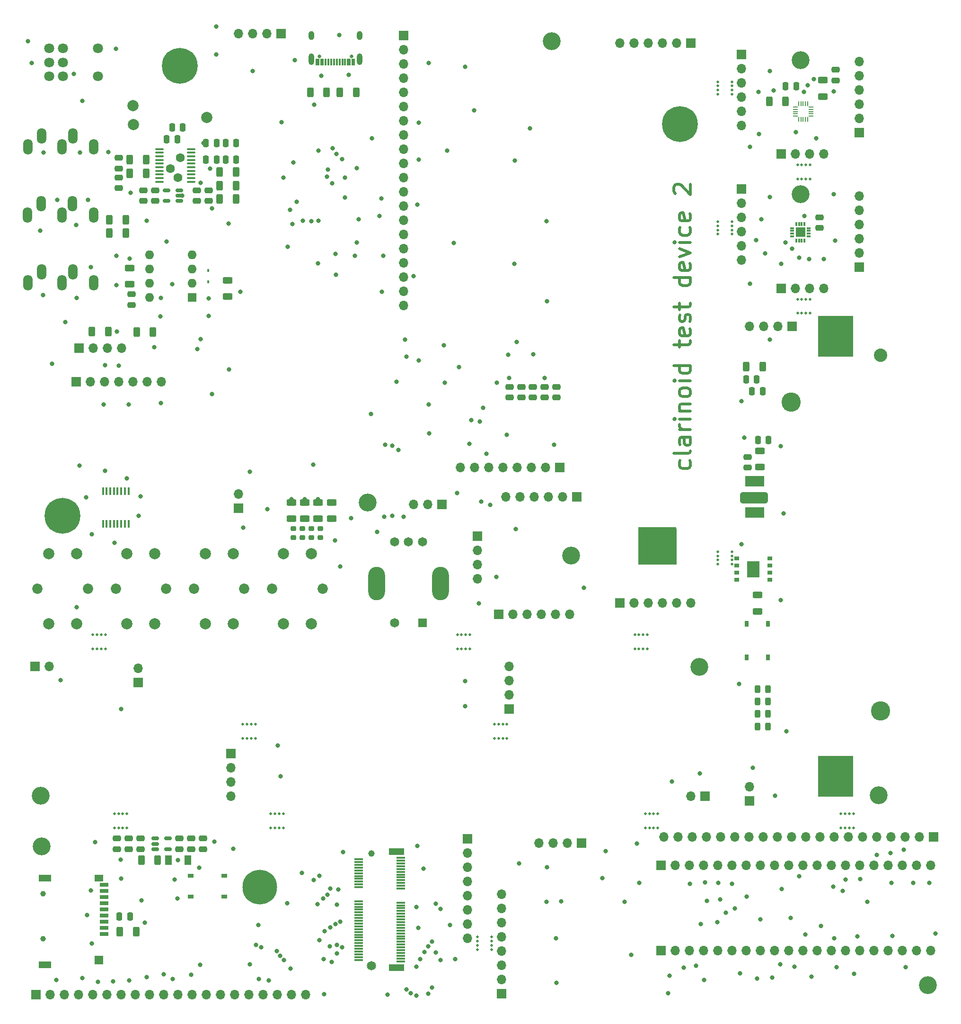
<source format=gbr>
%TF.GenerationSoftware,KiCad,Pcbnew,(6.0.5)*%
%TF.CreationDate,2022-08-12T21:43:39+02:00*%
%TF.ProjectId,clarinoid-devboard,636c6172-696e-46f6-9964-2d646576626f,rev?*%
%TF.SameCoordinates,Original*%
%TF.FileFunction,Soldermask,Top*%
%TF.FilePolarity,Negative*%
%FSLAX46Y46*%
G04 Gerber Fmt 4.6, Leading zero omitted, Abs format (unit mm)*
G04 Created by KiCad (PCBNEW (6.0.5)) date 2022-08-12 21:43:39*
%MOMM*%
%LPD*%
G01*
G04 APERTURE LIST*
G04 Aperture macros list*
%AMRoundRect*
0 Rectangle with rounded corners*
0 $1 Rounding radius*
0 $2 $3 $4 $5 $6 $7 $8 $9 X,Y pos of 4 corners*
0 Add a 4 corners polygon primitive as box body*
4,1,4,$2,$3,$4,$5,$6,$7,$8,$9,$2,$3,0*
0 Add four circle primitives for the rounded corners*
1,1,$1+$1,$2,$3*
1,1,$1+$1,$4,$5*
1,1,$1+$1,$6,$7*
1,1,$1+$1,$8,$9*
0 Add four rect primitives between the rounded corners*
20,1,$1+$1,$2,$3,$4,$5,0*
20,1,$1+$1,$4,$5,$6,$7,0*
20,1,$1+$1,$6,$7,$8,$9,0*
20,1,$1+$1,$8,$9,$2,$3,0*%
%AMFreePoly0*
4,1,14,0.354215,0.088284,0.450784,-0.008285,0.462500,-0.036569,0.462500,-0.060000,0.450784,-0.088284,0.422500,-0.100000,-0.422500,-0.100000,-0.450784,-0.088284,-0.462500,-0.060000,-0.462500,0.060000,-0.450784,0.088284,-0.422500,0.100000,0.325931,0.100000,0.354215,0.088284,0.354215,0.088284,$1*%
%AMFreePoly1*
4,1,14,0.450784,0.088284,0.462500,0.060000,0.462500,0.036569,0.450784,0.008285,0.354215,-0.088284,0.325931,-0.100000,-0.422500,-0.100000,-0.450784,-0.088284,-0.462500,-0.060000,-0.462500,0.060000,-0.450784,0.088284,-0.422500,0.100000,0.422500,0.100000,0.450784,0.088284,0.450784,0.088284,$1*%
%AMFreePoly2*
4,1,14,0.088284,0.450784,0.100000,0.422500,0.100000,-0.422500,0.088284,-0.450784,0.060000,-0.462500,-0.060000,-0.462500,-0.088284,-0.450784,-0.100000,-0.422500,-0.100000,0.325931,-0.088284,0.354215,0.008285,0.450784,0.036569,0.462500,0.060000,0.462500,0.088284,0.450784,0.088284,0.450784,$1*%
%AMFreePoly3*
4,1,14,-0.008285,0.450784,0.088284,0.354215,0.100000,0.325931,0.100000,-0.422500,0.088284,-0.450784,0.060000,-0.462500,-0.060000,-0.462500,-0.088284,-0.450784,-0.100000,-0.422500,-0.100000,0.422500,-0.088284,0.450784,-0.060000,0.462500,-0.036569,0.462500,-0.008285,0.450784,-0.008285,0.450784,$1*%
%AMFreePoly4*
4,1,14,0.450784,0.088284,0.462500,0.060000,0.462500,-0.060000,0.450784,-0.088284,0.422500,-0.100000,-0.325931,-0.100000,-0.354215,-0.088284,-0.450784,0.008285,-0.462500,0.036569,-0.462500,0.060000,-0.450784,0.088284,-0.422500,0.100000,0.422500,0.100000,0.450784,0.088284,0.450784,0.088284,$1*%
%AMFreePoly5*
4,1,14,0.450784,0.088284,0.462500,0.060000,0.462500,-0.060000,0.450784,-0.088284,0.422500,-0.100000,-0.422500,-0.100000,-0.450784,-0.088284,-0.462500,-0.060000,-0.462500,-0.036569,-0.450784,-0.008285,-0.354215,0.088284,-0.325931,0.100000,0.422500,0.100000,0.450784,0.088284,0.450784,0.088284,$1*%
%AMFreePoly6*
4,1,14,0.088284,0.450784,0.100000,0.422500,0.100000,-0.325931,0.088284,-0.354215,-0.008285,-0.450784,-0.036569,-0.462500,-0.060000,-0.462500,-0.088284,-0.450784,-0.100000,-0.422500,-0.100000,0.422500,-0.088284,0.450784,-0.060000,0.462500,0.060000,0.462500,0.088284,0.450784,0.088284,0.450784,$1*%
%AMFreePoly7*
4,1,14,0.088284,0.450784,0.100000,0.422500,0.100000,-0.422500,0.088284,-0.450784,0.060000,-0.462500,0.036569,-0.462500,0.008285,-0.450784,-0.088284,-0.354215,-0.100000,-0.325931,-0.100000,0.422500,-0.088284,0.450784,-0.060000,0.462500,0.060000,0.462500,0.088284,0.450784,0.088284,0.450784,$1*%
G04 Aperture macros list end*
%ADD10C,0.775000*%
%ADD11C,1.000000*%
%ADD12C,0.500000*%
%ADD13C,0.500000*%
%ADD14R,1.300000X1.700000*%
%ADD15RoundRect,0.218750X-0.256250X0.218750X-0.256250X-0.218750X0.256250X-0.218750X0.256250X0.218750X0*%
%ADD16RoundRect,0.250000X-0.475000X0.250000X-0.475000X-0.250000X0.475000X-0.250000X0.475000X0.250000X0*%
%ADD17R,1.700000X1.700000*%
%ADD18O,1.700000X1.700000*%
%ADD19RoundRect,0.250000X0.475000X-0.250000X0.475000X0.250000X-0.475000X0.250000X-0.475000X-0.250000X0*%
%ADD20RoundRect,0.250000X0.625000X-0.312500X0.625000X0.312500X-0.625000X0.312500X-0.625000X-0.312500X0*%
%ADD21RoundRect,0.250000X-0.312500X-0.625000X0.312500X-0.625000X0.312500X0.625000X-0.312500X0.625000X0*%
%ADD22C,3.200000*%
%ADD23RoundRect,0.250000X-0.625000X0.312500X-0.625000X-0.312500X0.625000X-0.312500X0.625000X0.312500X0*%
%ADD24RoundRect,0.250000X0.250000X0.475000X-0.250000X0.475000X-0.250000X-0.475000X0.250000X-0.475000X0*%
%ADD25R,0.450000X1.475000*%
%ADD26R,0.950000X0.700000*%
%ADD27R,2.250000X2.850000*%
%ADD28C,1.850000*%
%ADD29C,2.000000*%
%ADD30C,3.450000*%
%ADD31C,2.390000*%
%ADD32R,6.350000X7.340000*%
%ADD33R,3.500000X1.850000*%
%ADD34R,1.000000X0.750000*%
%ADD35RoundRect,0.243750X0.243750X0.456250X-0.243750X0.456250X-0.243750X-0.456250X0.243750X-0.456250X0*%
%ADD36O,1.700000X2.800000*%
%ADD37C,6.200000*%
%ADD38C,0.800000*%
%ADD39C,6.400000*%
%ADD40R,6.400000X6.400000*%
%ADD41R,0.800000X0.300000*%
%ADD42R,0.300000X0.800000*%
%ADD43R,1.800000X1.800000*%
%ADD44FreePoly0,270.000000*%
%ADD45RoundRect,0.050000X-0.050000X0.412500X-0.050000X-0.412500X0.050000X-0.412500X0.050000X0.412500X0*%
%ADD46FreePoly1,270.000000*%
%ADD47FreePoly2,270.000000*%
%ADD48RoundRect,0.050000X-0.412500X0.050000X-0.412500X-0.050000X0.412500X-0.050000X0.412500X0.050000X0*%
%ADD49FreePoly3,270.000000*%
%ADD50FreePoly4,270.000000*%
%ADD51FreePoly5,270.000000*%
%ADD52FreePoly6,270.000000*%
%ADD53FreePoly7,270.000000*%
%ADD54C,0.650000*%
%ADD55R,0.300000X1.150000*%
%ADD56O,1.000000X1.600000*%
%ADD57O,1.000000X2.100000*%
%ADD58RoundRect,0.243750X-0.243750X-0.456250X0.243750X-0.456250X0.243750X0.456250X-0.243750X0.456250X0*%
%ADD59RoundRect,0.250000X0.312500X0.625000X-0.312500X0.625000X-0.312500X-0.625000X0.312500X-0.625000X0*%
%ADD60RoundRect,0.250000X-0.250000X-0.475000X0.250000X-0.475000X0.250000X0.475000X-0.250000X0.475000X0*%
%ADD61R,1.600000X1.600000*%
%ADD62O,1.600000X1.600000*%
%ADD63C,1.800000*%
%ADD64C,1.000000*%
%ADD65R,1.600000X0.700000*%
%ADD66R,1.500000X1.200000*%
%ADD67R,2.200000X1.200000*%
%ADD68R,1.500000X1.600000*%
%ADD69RoundRect,0.100000X-0.637500X-0.100000X0.637500X-0.100000X0.637500X0.100000X-0.637500X0.100000X0*%
%ADD70C,1.650000*%
%ADD71C,1.150000*%
%ADD72R,1.550000X0.300000*%
%ADD73R,2.750000X1.200000*%
%ADD74R,0.450000X0.600000*%
%ADD75R,0.750000X1.000000*%
%ADD76RoundRect,0.150000X-0.512500X-0.150000X0.512500X-0.150000X0.512500X0.150000X-0.512500X0.150000X0*%
%ADD77R,1.650000X1.650000*%
%ADD78O,3.000000X6.000000*%
%ADD79RoundRect,0.150000X0.512500X0.150000X-0.512500X0.150000X-0.512500X-0.150000X0.512500X-0.150000X0*%
%ADD80C,1.600000*%
G04 APERTURE END LIST*
D10*
X359672056Y-32875729D02*
G75*
G03*
X359672056Y-32875729I-387500J0D01*
G01*
D11*
X460339304Y-89570034D02*
X464339304Y-89570034D01*
X464339304Y-89570034D02*
X464339304Y-90570034D01*
X464339304Y-90570034D02*
X460339304Y-90570034D01*
X460339304Y-90570034D02*
X460339304Y-89570034D01*
G36*
X460339304Y-89570034D02*
G01*
X464339304Y-89570034D01*
X464339304Y-90570034D01*
X460339304Y-90570034D01*
X460339304Y-89570034D01*
G37*
D10*
X360072056Y-29275729D02*
G75*
G03*
X360072056Y-29275729I-387500J0D01*
G01*
X358272056Y-31275729D02*
G75*
G03*
X358272056Y-31275729I-387500J0D01*
G01*
D12*
X450843589Y-83440034D02*
X450986446Y-83725748D01*
X450986446Y-84297176D01*
X450843589Y-84582891D01*
X450700732Y-84725748D01*
X450415018Y-84868605D01*
X449557875Y-84868605D01*
X449272161Y-84725748D01*
X449129304Y-84582891D01*
X448986446Y-84297176D01*
X448986446Y-83725748D01*
X449129304Y-83440034D01*
X450986446Y-81725748D02*
X450843589Y-82011462D01*
X450557875Y-82154319D01*
X447986446Y-82154319D01*
X450986446Y-79297176D02*
X449415018Y-79297176D01*
X449129304Y-79440034D01*
X448986446Y-79725748D01*
X448986446Y-80297176D01*
X449129304Y-80582891D01*
X450843589Y-79297176D02*
X450986446Y-79582891D01*
X450986446Y-80297176D01*
X450843589Y-80582891D01*
X450557875Y-80725748D01*
X450272161Y-80725748D01*
X449986446Y-80582891D01*
X449843589Y-80297176D01*
X449843589Y-79582891D01*
X449700732Y-79297176D01*
X450986446Y-77868605D02*
X448986446Y-77868605D01*
X449557875Y-77868605D02*
X449272161Y-77725748D01*
X449129304Y-77582891D01*
X448986446Y-77297176D01*
X448986446Y-77011462D01*
X450986446Y-76011462D02*
X448986446Y-76011462D01*
X447986446Y-76011462D02*
X448129304Y-76154319D01*
X448272161Y-76011462D01*
X448129304Y-75868605D01*
X447986446Y-76011462D01*
X448272161Y-76011462D01*
X448986446Y-74582891D02*
X450986446Y-74582891D01*
X449272161Y-74582891D02*
X449129304Y-74440034D01*
X448986446Y-74154319D01*
X448986446Y-73725748D01*
X449129304Y-73440034D01*
X449415018Y-73297176D01*
X450986446Y-73297176D01*
X450986446Y-71440034D02*
X450843589Y-71725748D01*
X450700732Y-71868605D01*
X450415018Y-72011462D01*
X449557875Y-72011462D01*
X449272161Y-71868605D01*
X449129304Y-71725748D01*
X448986446Y-71440034D01*
X448986446Y-71011462D01*
X449129304Y-70725748D01*
X449272161Y-70582891D01*
X449557875Y-70440034D01*
X450415018Y-70440034D01*
X450700732Y-70582891D01*
X450843589Y-70725748D01*
X450986446Y-71011462D01*
X450986446Y-71440034D01*
X450986446Y-69154319D02*
X448986446Y-69154319D01*
X447986446Y-69154319D02*
X448129304Y-69297176D01*
X448272161Y-69154319D01*
X448129304Y-69011462D01*
X447986446Y-69154319D01*
X448272161Y-69154319D01*
X450986446Y-66440034D02*
X447986446Y-66440034D01*
X450843589Y-66440034D02*
X450986446Y-66725748D01*
X450986446Y-67297176D01*
X450843589Y-67582891D01*
X450700732Y-67725748D01*
X450415018Y-67868605D01*
X449557875Y-67868605D01*
X449272161Y-67725748D01*
X449129304Y-67582891D01*
X448986446Y-67297176D01*
X448986446Y-66725748D01*
X449129304Y-66440034D01*
X448986446Y-63154319D02*
X448986446Y-62011462D01*
X447986446Y-62725748D02*
X450557875Y-62725748D01*
X450843589Y-62582891D01*
X450986446Y-62297176D01*
X450986446Y-62011462D01*
X450843589Y-59868605D02*
X450986446Y-60154319D01*
X450986446Y-60725748D01*
X450843589Y-61011462D01*
X450557875Y-61154319D01*
X449415018Y-61154319D01*
X449129304Y-61011462D01*
X448986446Y-60725748D01*
X448986446Y-60154319D01*
X449129304Y-59868605D01*
X449415018Y-59725748D01*
X449700732Y-59725748D01*
X449986446Y-61154319D01*
X450843589Y-58582891D02*
X450986446Y-58297176D01*
X450986446Y-57725748D01*
X450843589Y-57440034D01*
X450557875Y-57297176D01*
X450415018Y-57297176D01*
X450129304Y-57440034D01*
X449986446Y-57725748D01*
X449986446Y-58154319D01*
X449843589Y-58440034D01*
X449557875Y-58582891D01*
X449415018Y-58582891D01*
X449129304Y-58440034D01*
X448986446Y-58154319D01*
X448986446Y-57725748D01*
X449129304Y-57440034D01*
X448986446Y-56440034D02*
X448986446Y-55297176D01*
X447986446Y-56011462D02*
X450557875Y-56011462D01*
X450843589Y-55868605D01*
X450986446Y-55582891D01*
X450986446Y-55297176D01*
X450986446Y-50725748D02*
X447986446Y-50725748D01*
X450843589Y-50725748D02*
X450986446Y-51011462D01*
X450986446Y-51582891D01*
X450843589Y-51868605D01*
X450700732Y-52011462D01*
X450415018Y-52154319D01*
X449557875Y-52154319D01*
X449272161Y-52011462D01*
X449129304Y-51868605D01*
X448986446Y-51582891D01*
X448986446Y-51011462D01*
X449129304Y-50725748D01*
X450843589Y-48154319D02*
X450986446Y-48440034D01*
X450986446Y-49011462D01*
X450843589Y-49297176D01*
X450557875Y-49440034D01*
X449415018Y-49440034D01*
X449129304Y-49297176D01*
X448986446Y-49011462D01*
X448986446Y-48440034D01*
X449129304Y-48154319D01*
X449415018Y-48011462D01*
X449700732Y-48011462D01*
X449986446Y-49440034D01*
X448986446Y-47011462D02*
X450986446Y-46297176D01*
X448986446Y-45582891D01*
X450986446Y-44440034D02*
X448986446Y-44440034D01*
X447986446Y-44440034D02*
X448129304Y-44582891D01*
X448272161Y-44440034D01*
X448129304Y-44297176D01*
X447986446Y-44440034D01*
X448272161Y-44440034D01*
X450843589Y-41725748D02*
X450986446Y-42011462D01*
X450986446Y-42582891D01*
X450843589Y-42868605D01*
X450700732Y-43011462D01*
X450415018Y-43154319D01*
X449557875Y-43154319D01*
X449272161Y-43011462D01*
X449129304Y-42868605D01*
X448986446Y-42582891D01*
X448986446Y-42011462D01*
X449129304Y-41725748D01*
X450843589Y-39297176D02*
X450986446Y-39582891D01*
X450986446Y-40154319D01*
X450843589Y-40440034D01*
X450557875Y-40582891D01*
X449415018Y-40582891D01*
X449129304Y-40440034D01*
X448986446Y-40154319D01*
X448986446Y-39582891D01*
X449129304Y-39297176D01*
X449415018Y-39154319D01*
X449700732Y-39154319D01*
X449986446Y-40582891D01*
X448272161Y-35725748D02*
X448129304Y-35582891D01*
X447986446Y-35297176D01*
X447986446Y-34582891D01*
X448129304Y-34297176D01*
X448272161Y-34154319D01*
X448557875Y-34011462D01*
X448843589Y-34011462D01*
X449272161Y-34154319D01*
X450986446Y-35868605D01*
X450986446Y-34011462D01*
%TO.C,H1*%
G36*
X441639304Y-95350034D02*
G01*
X448439304Y-95350034D01*
X448439304Y-102050034D01*
X441639304Y-102050034D01*
X441639304Y-95350034D01*
G37*
%TD*%
D13*
%TO.C,U15*%
X410764304Y-117100034D03*
X409264304Y-114600034D03*
X411514304Y-117100034D03*
X409264304Y-117100034D03*
X411514304Y-114600034D03*
X410764304Y-114600034D03*
X410014304Y-117100034D03*
X410014304Y-114600034D03*
%TD*%
%TO.C,U14*%
X458389334Y-41475034D03*
X455889334Y-42975034D03*
X458389334Y-40725034D03*
X458389334Y-42975034D03*
X455889334Y-40725034D03*
X455889334Y-41475034D03*
X458389334Y-42225034D03*
X455889334Y-42225034D03*
%TD*%
%TO.C,U13*%
X458389304Y-16475034D03*
X455889304Y-17975034D03*
X458389304Y-15725034D03*
X458389304Y-17975034D03*
X455889304Y-15725034D03*
X455889304Y-16475034D03*
X458389304Y-17225034D03*
X455889304Y-17225034D03*
%TD*%
%TO.C,U11*%
X458389304Y-100475034D03*
X455889304Y-101975034D03*
X458389304Y-99725034D03*
X458389304Y-101975034D03*
X455889304Y-99725034D03*
X455889304Y-100475034D03*
X458389304Y-101225034D03*
X455889304Y-101225034D03*
%TD*%
%TO.C,U10*%
X345514304Y-117100034D03*
X344014304Y-114600034D03*
X346264304Y-117100034D03*
X344014304Y-117100034D03*
X346264304Y-114600034D03*
X345514304Y-114600034D03*
X344764304Y-117100034D03*
X344764304Y-114600034D03*
%TD*%
%TO.C,U9*%
X442514304Y-117100034D03*
X441014304Y-114600034D03*
X443264304Y-117100034D03*
X441014304Y-117100034D03*
X443264304Y-114600034D03*
X442514304Y-114600034D03*
X441764304Y-117100034D03*
X441764304Y-114600034D03*
%TD*%
D14*
%TO.C,D12*%
X357526804Y-154850000D03*
X361026804Y-154850000D03*
%TD*%
D15*
%TO.C,D5*%
X384739304Y-95600034D03*
X384739304Y-97175034D03*
%TD*%
D16*
%TO.C,C4*%
X353084556Y-35125729D03*
X353084556Y-37025729D03*
%TD*%
D17*
%TO.C,U38*%
X406539304Y-91250034D03*
D18*
X403999304Y-91250034D03*
X401459304Y-91250034D03*
%TD*%
D19*
%TO.C,C21*%
X422789304Y-72150034D03*
X422789304Y-70250034D03*
%TD*%
D15*
%TO.C,D7*%
X383139304Y-95600034D03*
X383139304Y-97175034D03*
%TD*%
D20*
%TO.C,R35*%
X384339304Y-93850034D03*
X384339304Y-90925034D03*
%TD*%
D21*
%TO.C,R40*%
X343876804Y-60350034D03*
X346801804Y-60350034D03*
%TD*%
D22*
%TO.C,H15*%
X426129304Y-8440034D03*
%TD*%
%TO.C,H10*%
X493439304Y-177250034D03*
%TD*%
D17*
%TO.C,J7*%
X461519304Y-144260034D03*
D18*
X461519304Y-141720034D03*
%TD*%
D16*
%TO.C,C1*%
X348339304Y-151000000D03*
X348339304Y-152900000D03*
%TD*%
D19*
%TO.C,C23*%
X426989304Y-72150034D03*
X426989304Y-70250034D03*
%TD*%
D23*
%TO.C,R10*%
X462939304Y-107457534D03*
X462939304Y-110382534D03*
%TD*%
D24*
%TO.C,C14*%
X369684556Y-29675729D03*
X367784556Y-29675729D03*
%TD*%
D19*
%TO.C,C29*%
X359539304Y-152900000D03*
X359539304Y-151000000D03*
%TD*%
%TO.C,C25*%
X476938304Y-15472534D03*
X476938304Y-13572534D03*
%TD*%
D15*
%TO.C,D9*%
X379939304Y-95600034D03*
X379939304Y-97175034D03*
%TD*%
D19*
%TO.C,C18*%
X461179304Y-84691034D03*
X461179304Y-82791034D03*
%TD*%
%TO.C,C20*%
X420689304Y-72150034D03*
X420689304Y-70250034D03*
%TD*%
D17*
%TO.C,J33*%
X352139304Y-123120034D03*
D18*
X352139304Y-120580034D03*
%TD*%
D25*
%TO.C,IC1*%
X345864304Y-94788034D03*
X346514304Y-94788034D03*
X347164304Y-94788034D03*
X347814304Y-94788034D03*
X348464304Y-94788034D03*
X349114304Y-94788034D03*
X349764304Y-94788034D03*
X350414304Y-94788034D03*
X350414304Y-88912034D03*
X349764304Y-88912034D03*
X349114304Y-88912034D03*
X348464304Y-88912034D03*
X347814304Y-88912034D03*
X347164304Y-88912034D03*
X346514304Y-88912034D03*
X345864304Y-88912034D03*
%TD*%
D20*
%TO.C,R19*%
X368184556Y-54138229D03*
X368184556Y-51213229D03*
%TD*%
D22*
%TO.C,H7*%
X334729304Y-143360034D03*
%TD*%
%TO.C,H14*%
X429629304Y-100440034D03*
%TD*%
D13*
%TO.C,U53*%
X375889304Y-149100034D03*
X376639304Y-146600034D03*
X377389304Y-149100034D03*
X378139304Y-146600034D03*
X375889304Y-146600034D03*
X376639304Y-149100034D03*
X377389304Y-146600034D03*
X378139304Y-149100034D03*
%TD*%
D17*
%TO.C,U2*%
X445709304Y-155784034D03*
D18*
X448249304Y-155784034D03*
X450789304Y-155784034D03*
X453329304Y-155784034D03*
X455869304Y-155784034D03*
X458409304Y-155784034D03*
X460949304Y-155784034D03*
X463489304Y-155784034D03*
X466029304Y-155784034D03*
X468569304Y-155784034D03*
X471109304Y-155784034D03*
X473649304Y-155784034D03*
X476189304Y-155784034D03*
X478729304Y-155784034D03*
X481269304Y-155784034D03*
X483809304Y-155784034D03*
X486349304Y-155784034D03*
X488889304Y-155784034D03*
X491429304Y-155784034D03*
X493969304Y-155784034D03*
%TD*%
D17*
%TO.C,J45*%
X438311804Y-108851034D03*
D18*
X440851804Y-108851034D03*
X443391804Y-108851034D03*
X445931804Y-108851034D03*
X448471804Y-108851034D03*
X451011804Y-108851034D03*
%TD*%
D26*
%TO.C,IC2*%
X459239304Y-100945034D03*
X459239304Y-102215034D03*
X459239304Y-103485034D03*
X459239304Y-104755034D03*
X465189304Y-104755034D03*
X465189304Y-103485034D03*
X465189304Y-102215034D03*
X465189304Y-100945034D03*
D27*
X462214304Y-102850034D03*
%TD*%
D16*
%TO.C,C12*%
X348684556Y-32825729D03*
X348684556Y-34725729D03*
%TD*%
D28*
%TO.C,SW4*%
X362139304Y-106350034D03*
X371139304Y-106350034D03*
D29*
X369139304Y-100100034D03*
X369139304Y-112600034D03*
X364139304Y-100100034D03*
X364139304Y-112600034D03*
%TD*%
D16*
%TO.C,C26*%
X352539304Y-151000000D03*
X352539304Y-152900000D03*
%TD*%
D30*
%TO.C,BT1*%
X484973602Y-128175179D03*
X468973602Y-72975179D03*
D31*
X484973602Y-64645179D03*
D32*
X476973602Y-61245179D03*
X476973602Y-139905179D03*
%TD*%
D17*
%TO.C,J48*%
X467169304Y-28630034D03*
D18*
X469709304Y-28630034D03*
X472249304Y-28630034D03*
X474789304Y-28630034D03*
%TD*%
D17*
%TO.C,J3*%
X431509304Y-151810034D03*
D18*
X428969304Y-151810034D03*
X426429304Y-151810034D03*
X423889304Y-151810034D03*
%TD*%
D33*
%TO.C,L1*%
X462454304Y-92756034D03*
X462454304Y-87156034D03*
%TD*%
D19*
%TO.C,C27*%
X350984556Y-55625729D03*
X350984556Y-53725729D03*
%TD*%
D23*
%TO.C,R4*%
X474638304Y-15460034D03*
X474638304Y-18385034D03*
%TD*%
D17*
%TO.C,J30*%
X418549304Y-127850034D03*
D18*
X418549304Y-125310034D03*
X418549304Y-122770034D03*
X418549304Y-120230034D03*
%TD*%
D34*
%TO.C,SW6*%
X361539304Y-157675000D03*
X361539304Y-161425000D03*
X367539304Y-157675000D03*
X367539304Y-161425000D03*
%TD*%
D28*
%TO.C,SW3*%
X357139304Y-106350034D03*
X348139304Y-106350034D03*
D29*
X355139304Y-100100034D03*
X355139304Y-112600034D03*
X350139304Y-100100034D03*
X350139304Y-112600034D03*
%TD*%
D21*
%TO.C,R41*%
X351876804Y-60450034D03*
X354801804Y-60450034D03*
%TD*%
D35*
%TO.C,D1*%
X464854304Y-130956867D03*
X462979304Y-130956867D03*
%TD*%
D13*
%TO.C,U50*%
X418139342Y-133100068D03*
X417389342Y-133100068D03*
X416639342Y-130600068D03*
X416639342Y-133100068D03*
X415889342Y-133100068D03*
X418139342Y-130600068D03*
X417389342Y-130600068D03*
X415889342Y-130600068D03*
%TD*%
D24*
%TO.C,C15*%
X463889304Y-71020034D03*
X461989304Y-71020034D03*
%TD*%
D36*
%TO.C,J10*%
X332384556Y-51675729D03*
X334834556Y-49675729D03*
X338534556Y-51675729D03*
X340434556Y-49675729D03*
X344184556Y-51675729D03*
%TD*%
D17*
%TO.C,J43*%
X399629304Y-7440034D03*
D18*
X399629304Y-9980034D03*
X399629304Y-12520034D03*
X399629304Y-15060034D03*
X399629304Y-17600034D03*
X399629304Y-20140034D03*
X399629304Y-22680034D03*
X399629304Y-25220034D03*
X399629304Y-27760034D03*
X399629304Y-30300034D03*
X399629304Y-32840034D03*
X399629304Y-35380034D03*
X399629304Y-37920034D03*
X399629304Y-40460034D03*
X399629304Y-43000034D03*
X399629304Y-45540034D03*
X399629304Y-48080034D03*
X399629304Y-50620034D03*
X399629304Y-53160034D03*
X399629304Y-55700034D03*
%TD*%
D37*
%TO.C,H4*%
X373886659Y-159705000D03*
%TD*%
D38*
%TO.C,H2*%
X340336360Y-91652978D03*
X336942248Y-91652978D03*
X338639304Y-95750034D03*
X336239304Y-93350034D03*
X336942248Y-95047090D03*
X341039304Y-93350034D03*
X338639304Y-90950034D03*
X340336360Y-95047090D03*
D39*
X338639304Y-93350034D03*
%TD*%
D21*
%TO.C,R7*%
X382939304Y-17635034D03*
X385864304Y-17635034D03*
%TD*%
D13*
%TO.C,U56*%
X472389304Y-33100034D03*
X470139304Y-30600034D03*
X470889304Y-33100034D03*
X471639304Y-33100034D03*
X470889304Y-30600034D03*
X472389304Y-30600034D03*
X471639304Y-30600034D03*
X470139304Y-33100034D03*
%TD*%
%TO.C,U65*%
X412889304Y-169350034D03*
X415389304Y-169350034D03*
X412889304Y-170850034D03*
X412889304Y-170100034D03*
X415389304Y-170850034D03*
X415389304Y-170100034D03*
X412889304Y-168600034D03*
X415389304Y-168600034D03*
%TD*%
%TO.C,U49*%
X443639304Y-146600034D03*
X445139304Y-146600034D03*
X444389304Y-149100034D03*
X442889304Y-149100034D03*
X444389304Y-146600034D03*
X442889304Y-146600034D03*
X445139304Y-149100034D03*
X443639304Y-149100034D03*
%TD*%
D40*
%TO.C,H1*%
X445239304Y-98850034D03*
%TD*%
D17*
%TO.C,J46*%
X460139304Y-10850034D03*
D18*
X460139304Y-13390034D03*
X460139304Y-15930034D03*
X460139304Y-18470034D03*
X460139304Y-21010034D03*
X460139304Y-23550034D03*
%TD*%
D17*
%TO.C,J47*%
X481139304Y-24820034D03*
D18*
X481139304Y-22280034D03*
X481139304Y-19740034D03*
X481139304Y-17200034D03*
X481139304Y-14660034D03*
X481139304Y-12120034D03*
%TD*%
D24*
%TO.C,C8*%
X360134556Y-23875729D03*
X358234556Y-23875729D03*
%TD*%
D19*
%TO.C,C5*%
X364784556Y-37025729D03*
X364784556Y-35125729D03*
%TD*%
%TO.C,C9*%
X348684556Y-31225729D03*
X348684556Y-29325729D03*
%TD*%
D17*
%TO.C,J42*%
X417179304Y-178725034D03*
D18*
X417179304Y-176185034D03*
X417179304Y-173645034D03*
X417179304Y-171105034D03*
X417179304Y-168565034D03*
X417179304Y-166025034D03*
X417179304Y-163485034D03*
X417179304Y-160945034D03*
%TD*%
D17*
%TO.C,J44*%
X427569304Y-84700034D03*
D18*
X425029304Y-84700034D03*
X422489304Y-84700034D03*
X419949304Y-84700034D03*
X417409304Y-84700034D03*
X414869304Y-84700034D03*
X412329304Y-84700034D03*
X409789304Y-84700034D03*
%TD*%
D17*
%TO.C,J5*%
X341539304Y-63325034D03*
D18*
X344079304Y-63325034D03*
X346619304Y-63325034D03*
X349159304Y-63325034D03*
%TD*%
D41*
%TO.C,IC3*%
X472139304Y-43380034D03*
X472139304Y-42880034D03*
X472139304Y-42380034D03*
X472139304Y-41880034D03*
D42*
X471389304Y-41130034D03*
X470889304Y-41130034D03*
X470389304Y-41130034D03*
X469889304Y-41130034D03*
D41*
X469139304Y-41880034D03*
X469139304Y-42380034D03*
X469139304Y-42880034D03*
X469139304Y-43380034D03*
D42*
X469889304Y-44130034D03*
X470389304Y-44130034D03*
X470889304Y-44130034D03*
X471389304Y-44130034D03*
D43*
X470639304Y-42630034D03*
%TD*%
D44*
%TO.C,U45*%
X471929304Y-19672534D03*
D45*
X471529304Y-19672534D03*
X471129304Y-19672534D03*
X470729304Y-19672534D03*
D46*
X470329304Y-19672534D03*
D47*
X469741804Y-20260034D03*
D48*
X469741804Y-20660034D03*
X469741804Y-21060034D03*
X469741804Y-21460034D03*
D49*
X469741804Y-21860034D03*
D50*
X470329304Y-22447534D03*
D45*
X470729304Y-22447534D03*
X471129304Y-22447534D03*
X471529304Y-22447534D03*
D51*
X471929304Y-22447534D03*
D52*
X472516804Y-21860034D03*
D48*
X472516804Y-21460034D03*
X472516804Y-21060034D03*
X472516804Y-20660034D03*
D53*
X472516804Y-20260034D03*
%TD*%
D17*
%TO.C,J50*%
X460139304Y-34850034D03*
D18*
X460139304Y-37390034D03*
X460139304Y-39930034D03*
X460139304Y-42470034D03*
X460139304Y-45010034D03*
X460139304Y-47550034D03*
%TD*%
D54*
%TO.C,J2*%
X390329304Y-11155034D03*
X384549304Y-11155034D03*
D55*
X390789304Y-12220034D03*
X389989304Y-12220034D03*
X388689304Y-12220034D03*
X387689304Y-12220034D03*
X387189304Y-12220034D03*
X386189304Y-12220034D03*
X384889304Y-12220034D03*
X384089304Y-12220034D03*
X384389304Y-12220034D03*
X385189304Y-12220034D03*
X385689304Y-12220034D03*
X386689304Y-12220034D03*
X388189304Y-12220034D03*
X389189304Y-12220034D03*
X389689304Y-12220034D03*
X390489304Y-12220034D03*
D56*
X391759304Y-7475034D03*
X383119304Y-7475034D03*
D57*
X391759304Y-11655034D03*
X383119304Y-11655034D03*
%TD*%
D15*
%TO.C,D8*%
X381539304Y-95600034D03*
X381539304Y-97175034D03*
%TD*%
D58*
%TO.C,D2*%
X462979304Y-128741034D03*
X464854304Y-128741034D03*
%TD*%
D59*
%TO.C,R6*%
X353547056Y-32075729D03*
X350622056Y-32075729D03*
%TD*%
D28*
%TO.C,SW2*%
X334139304Y-106350034D03*
X343139304Y-106350034D03*
D29*
X341139304Y-100100034D03*
X341139304Y-112600034D03*
X336139304Y-100100034D03*
X336139304Y-112600034D03*
%TD*%
D19*
%TO.C,C30*%
X361639304Y-152900000D03*
X361639304Y-151000000D03*
%TD*%
D29*
%TO.C,TP3*%
X351193556Y-20015729D03*
%TD*%
D22*
%TO.C,H11*%
X470639304Y-11850034D03*
%TD*%
D17*
%TO.C,U3*%
X445709304Y-171024034D03*
D18*
X448249304Y-171024034D03*
X450789304Y-171024034D03*
X453329304Y-171024034D03*
X455869304Y-171024034D03*
X458409304Y-171024034D03*
X460949304Y-171024034D03*
X463489304Y-171024034D03*
X466029304Y-171024034D03*
X468569304Y-171024034D03*
X471109304Y-171024034D03*
X473649304Y-171024034D03*
X476189304Y-171024034D03*
X478729304Y-171024034D03*
X481269304Y-171024034D03*
X483809304Y-171024034D03*
X486349304Y-171024034D03*
X488889304Y-171024034D03*
X491429304Y-171024034D03*
X493969304Y-171024034D03*
%TD*%
D19*
%TO.C,C32*%
X474069304Y-41830034D03*
X474069304Y-39930034D03*
%TD*%
D24*
%TO.C,C24*%
X469889304Y-16550034D03*
X467989304Y-16550034D03*
%TD*%
D17*
%TO.C,J52*%
X430629304Y-89940034D03*
D18*
X428089304Y-89940034D03*
X425549304Y-89940034D03*
X423009304Y-89940034D03*
X420469304Y-89940034D03*
X417929304Y-89940034D03*
%TD*%
D29*
%TO.C,TP6*%
X364433556Y-22123229D03*
%TD*%
D17*
%TO.C,J40*%
X411099304Y-151029298D03*
D18*
X411099304Y-153569298D03*
X411099304Y-156109298D03*
X411099304Y-158649298D03*
X411099304Y-161189298D03*
X411099304Y-163729298D03*
X411099304Y-166269298D03*
X411099304Y-168809298D03*
%TD*%
D60*
%TO.C,C11*%
X364284556Y-29675729D03*
X366184556Y-29675729D03*
%TD*%
D20*
%TO.C,R34*%
X386739304Y-93850034D03*
X386739304Y-90925034D03*
%TD*%
D19*
%TO.C,C6*%
X362684556Y-37025729D03*
X362684556Y-35125729D03*
%TD*%
D22*
%TO.C,H8*%
X452549304Y-120340034D03*
%TD*%
D61*
%TO.C,U8*%
X361784556Y-54275729D03*
D62*
X361784556Y-51735729D03*
X361784556Y-49195729D03*
X361784556Y-46655729D03*
X354164556Y-46655729D03*
X354164556Y-49195729D03*
X354164556Y-51735729D03*
X354164556Y-54275729D03*
%TD*%
D63*
%TO.C,R13*%
X336199640Y-9751424D03*
X336199640Y-12251424D03*
X336199640Y-14751424D03*
X338699640Y-9751424D03*
X338699640Y-12251424D03*
X338699640Y-14751424D03*
X344949640Y-9751424D03*
X344949640Y-14751424D03*
%TD*%
D19*
%TO.C,C17*%
X418589304Y-72150034D03*
X418589304Y-70250034D03*
%TD*%
D22*
%TO.C,H12*%
X470639304Y-35850034D03*
%TD*%
D16*
%TO.C,C2*%
X350439304Y-151000000D03*
X350439304Y-152900000D03*
%TD*%
D21*
%TO.C,R21*%
X346984556Y-42775729D03*
X349909556Y-42775729D03*
%TD*%
D38*
%TO.C,H5*%
X447414748Y-21553978D03*
D39*
X449111804Y-23251034D03*
D38*
X447414748Y-24948090D03*
X451511804Y-23251034D03*
X446711804Y-23251034D03*
X450808860Y-21553978D03*
X449111804Y-25651034D03*
X450808860Y-24948090D03*
X449111804Y-20851034D03*
%TD*%
D58*
%TO.C,D4*%
X462979304Y-124309368D03*
X464854304Y-124309368D03*
%TD*%
D20*
%TO.C,R37*%
X379539304Y-93850034D03*
X379539304Y-90925034D03*
%TD*%
%TO.C,R22*%
X350584556Y-51938229D03*
X350584556Y-49013229D03*
%TD*%
D22*
%TO.C,H9*%
X334839304Y-152450000D03*
%TD*%
D64*
%TO.C,J38*%
X335091553Y-168900000D03*
X335091553Y-160900000D03*
D65*
X346091553Y-168100000D03*
X346091553Y-167000000D03*
X346091553Y-165900000D03*
X346091553Y-164800000D03*
X346091553Y-163700000D03*
X346091553Y-162600000D03*
X346091553Y-161500000D03*
X346091553Y-160400000D03*
X346091553Y-159300000D03*
D66*
X345091553Y-158100000D03*
D67*
X335491553Y-158100000D03*
X335491553Y-173600000D03*
D68*
X345091553Y-172700000D03*
%TD*%
D59*
%TO.C,R8*%
X391164304Y-17635034D03*
X388239304Y-17635034D03*
%TD*%
D17*
%TO.C,J34*%
X469139304Y-59440034D03*
D18*
X466599304Y-59440034D03*
X464059304Y-59440034D03*
X461519304Y-59440034D03*
%TD*%
D29*
%TO.C,TP8*%
X351284556Y-23375729D03*
%TD*%
D59*
%TO.C,R14*%
X355639304Y-154850000D03*
X352714304Y-154850000D03*
%TD*%
D23*
%TO.C,R11*%
X463379304Y-81678534D03*
X463379304Y-84603534D03*
%TD*%
D17*
%TO.C,J31*%
X377739304Y-7150034D03*
D18*
X375199304Y-7150034D03*
X372659304Y-7150034D03*
X370119304Y-7150034D03*
%TD*%
D59*
%TO.C,R3*%
X369647056Y-36675729D03*
X366722056Y-36675729D03*
%TD*%
D60*
%TO.C,C13*%
X367784556Y-26668229D03*
X369684556Y-26668229D03*
%TD*%
D36*
%TO.C,J1*%
X332384556Y-27375729D03*
X334834556Y-25375729D03*
X338534556Y-27375729D03*
X340434556Y-25375729D03*
X344184556Y-27375729D03*
%TD*%
D21*
%TO.C,R15*%
X348876804Y-167650000D03*
X351801804Y-167650000D03*
%TD*%
D59*
%TO.C,R1*%
X369647056Y-31875729D03*
X366722056Y-31875729D03*
%TD*%
D17*
%TO.C,J49*%
X467169304Y-52630034D03*
D18*
X469709304Y-52630034D03*
X472249304Y-52630034D03*
X474789304Y-52630034D03*
%TD*%
D13*
%TO.C,U52*%
X478639304Y-146600034D03*
X479389304Y-146600034D03*
X480139304Y-146600034D03*
X479389304Y-149100034D03*
X478639304Y-149100034D03*
X480139304Y-149100034D03*
X477889304Y-146600034D03*
X477889304Y-149100034D03*
%TD*%
D17*
%TO.C,J37*%
X453549304Y-143470034D03*
D18*
X451009304Y-143470034D03*
%TD*%
D16*
%TO.C,C3*%
X355184556Y-35125729D03*
X355184556Y-37025729D03*
%TD*%
D13*
%TO.C,U60*%
X472389304Y-57100034D03*
X472389304Y-54600034D03*
X470889304Y-57100034D03*
X470889304Y-54600034D03*
X471639304Y-57100034D03*
X470139304Y-54600034D03*
X471639304Y-54600034D03*
X470139304Y-57100034D03*
%TD*%
D69*
%TO.C,U1*%
X355922056Y-27750729D03*
X355922056Y-28400729D03*
X355922056Y-29050729D03*
X355922056Y-29700729D03*
X355922056Y-30350729D03*
X355922056Y-31000729D03*
X355922056Y-31650729D03*
X355922056Y-32300729D03*
X355922056Y-32950729D03*
X355922056Y-33600729D03*
X361647056Y-33600729D03*
X361647056Y-32950729D03*
X361647056Y-32300729D03*
X361647056Y-31650729D03*
X361647056Y-31000729D03*
X361647056Y-30350729D03*
X361647056Y-29700729D03*
X361647056Y-29050729D03*
X361647056Y-28400729D03*
X361647056Y-27750729D03*
%TD*%
D13*
%TO.C,U55*%
X349389304Y-149100034D03*
X348639304Y-149100034D03*
X348639304Y-146600034D03*
X350139304Y-146600034D03*
X347889304Y-149100034D03*
X347889304Y-146600034D03*
X350139304Y-149100034D03*
X349389304Y-146600034D03*
%TD*%
D35*
%TO.C,D3*%
X464854304Y-126525201D03*
X462979304Y-126525201D03*
%TD*%
D17*
%TO.C,J12*%
X341039304Y-69325034D03*
D18*
X343579304Y-69325034D03*
X346119304Y-69325034D03*
X348659304Y-69325034D03*
X351199304Y-69325034D03*
X353739304Y-69325034D03*
X356279304Y-69325034D03*
%TD*%
D17*
%TO.C,J36*%
X368729304Y-135850034D03*
D18*
X368729304Y-138390034D03*
X368729304Y-140930034D03*
X368729304Y-143470034D03*
%TD*%
D17*
%TO.C,J32*%
X370119304Y-91970034D03*
D18*
X370119304Y-89430034D03*
%TD*%
D22*
%TO.C,H6*%
X484649304Y-143260034D03*
%TD*%
D60*
%TO.C,C28*%
X348789304Y-164950000D03*
X350689304Y-164950000D03*
%TD*%
D28*
%TO.C,SW5*%
X376139304Y-106350034D03*
X385139304Y-106350034D03*
D29*
X383139304Y-100100034D03*
X383139304Y-112600034D03*
X378139304Y-100100034D03*
X378139304Y-112600034D03*
%TD*%
D17*
%TO.C,J8*%
X412849304Y-96970034D03*
D18*
X412849304Y-99510034D03*
X412849304Y-102050034D03*
X412849304Y-104590034D03*
%TD*%
D19*
%TO.C,C31*%
X363739304Y-152900000D03*
X363739304Y-151000000D03*
%TD*%
D24*
%TO.C,C10*%
X366184556Y-26668229D03*
X364284556Y-26668229D03*
%TD*%
D20*
%TO.C,R36*%
X381939304Y-93850034D03*
X381939304Y-90925034D03*
%TD*%
D22*
%TO.C,H13*%
X393249304Y-90970034D03*
%TD*%
D36*
%TO.C,J11*%
X332370343Y-39525729D03*
X334820343Y-37525729D03*
X338520343Y-39525729D03*
X340420343Y-37525729D03*
X344170343Y-39525729D03*
%TD*%
D17*
%TO.C,J6*%
X451011804Y-8851034D03*
D18*
X448471804Y-8851034D03*
X445931804Y-8851034D03*
X443391804Y-8851034D03*
X440851804Y-8851034D03*
X438311804Y-8851034D03*
%TD*%
D21*
%TO.C,R9*%
X460976804Y-66620034D03*
X463901804Y-66620034D03*
%TD*%
D70*
%TO.C,U40*%
X393886659Y-173705000D03*
D71*
X393886659Y-153705000D03*
D72*
X399161659Y-154455000D03*
X391611659Y-154705000D03*
X399161659Y-154955000D03*
X391611659Y-155205000D03*
X399161659Y-155455000D03*
X391611659Y-155705000D03*
X399161659Y-155955000D03*
X391611659Y-156205000D03*
X399161659Y-156455000D03*
X391611659Y-156705000D03*
X399161659Y-156955000D03*
X391611659Y-157205000D03*
X399161659Y-157455000D03*
X391611659Y-157705000D03*
X399161659Y-157955000D03*
X391611659Y-158205000D03*
X399161659Y-158455000D03*
X391611659Y-158705000D03*
X399161659Y-158955000D03*
X391611659Y-159205000D03*
X399161659Y-159455000D03*
X391611659Y-159705000D03*
X399161659Y-159955000D03*
X391611659Y-162205000D03*
X399161659Y-162455000D03*
X391611659Y-162705000D03*
X399161659Y-162955000D03*
X391611659Y-163205000D03*
X399161659Y-163455000D03*
X391611659Y-163705000D03*
X399161659Y-163955000D03*
X391611659Y-164205000D03*
X399161659Y-164455000D03*
X391611659Y-164705000D03*
X399161659Y-164955000D03*
X391611659Y-165205000D03*
X399161659Y-165455000D03*
X391611659Y-165705000D03*
X399161659Y-165955000D03*
X391611659Y-166205000D03*
X399161659Y-166455000D03*
X391611659Y-166705000D03*
X399161659Y-166955000D03*
X391611659Y-167205000D03*
X399161659Y-167455000D03*
X391611659Y-167705000D03*
X399161659Y-167955000D03*
X391611659Y-168205000D03*
X399161659Y-168455000D03*
X391611659Y-168705000D03*
X399161659Y-168955000D03*
X391611659Y-169205000D03*
X399161659Y-169455000D03*
X391611659Y-169705000D03*
X399161659Y-169955000D03*
X391611659Y-170205000D03*
X399161659Y-170455000D03*
X391611659Y-170705000D03*
X399161659Y-170955000D03*
X391611659Y-171205000D03*
X399161659Y-171455000D03*
X391611659Y-171705000D03*
X399161659Y-171955000D03*
X391611659Y-172205000D03*
X399161659Y-172455000D03*
X391611659Y-172705000D03*
X399161659Y-172955000D03*
D73*
X398386659Y-153355000D03*
X398386659Y-174055000D03*
%TD*%
D74*
%TO.C,D6*%
X364684556Y-51525729D03*
X364684556Y-49425729D03*
%TD*%
D59*
%TO.C,R5*%
X353547056Y-29675729D03*
X350622056Y-29675729D03*
%TD*%
D38*
%TO.C,H3*%
X357942248Y-11152978D03*
X361336360Y-14547090D03*
X359639304Y-10450034D03*
X362039304Y-12850034D03*
X357239304Y-12850034D03*
X359639304Y-15250034D03*
D39*
X359639304Y-12850034D03*
D38*
X361336360Y-11152978D03*
X357942248Y-14547090D03*
%TD*%
D17*
%TO.C,J53*%
X416659304Y-110940034D03*
D18*
X419199304Y-110940034D03*
X421739304Y-110940034D03*
X424279304Y-110940034D03*
X426819304Y-110940034D03*
X429359304Y-110940034D03*
%TD*%
D19*
%TO.C,C22*%
X424889304Y-72150034D03*
X424889304Y-70250034D03*
%TD*%
D59*
%TO.C,R2*%
X369647056Y-34275729D03*
X366722056Y-34275729D03*
%TD*%
D21*
%TO.C,R12*%
X465066804Y-19260034D03*
X467991804Y-19260034D03*
%TD*%
D60*
%TO.C,C19*%
X463029304Y-79741034D03*
X464929304Y-79741034D03*
%TD*%
%TO.C,C16*%
X460939304Y-68920034D03*
X462839304Y-68920034D03*
%TD*%
D13*
%TO.C,U48*%
X370889342Y-133100034D03*
X373139342Y-133100034D03*
X373139342Y-130600034D03*
X371639342Y-130600034D03*
X370889342Y-130600034D03*
X371639342Y-133100034D03*
X372389342Y-133100034D03*
X372389342Y-130600034D03*
%TD*%
D17*
%TO.C,J39*%
X333839304Y-178950000D03*
D18*
X336379304Y-178950000D03*
X338919304Y-178950000D03*
X341459304Y-178950000D03*
X343999304Y-178950000D03*
X346539304Y-178950000D03*
X349079304Y-178950000D03*
X351619304Y-178950000D03*
X354159304Y-178950000D03*
X356699304Y-178950000D03*
X359239304Y-178950000D03*
X361779304Y-178950000D03*
X364319304Y-178950000D03*
X366859304Y-178950000D03*
X369399304Y-178950000D03*
X371939304Y-178950000D03*
X374479304Y-178950000D03*
X377019304Y-178950000D03*
X379559304Y-178950000D03*
X382099304Y-178950000D03*
%TD*%
D17*
%TO.C,J51*%
X481139304Y-48820034D03*
D18*
X481139304Y-46280034D03*
X481139304Y-43740034D03*
X481139304Y-41200034D03*
X481139304Y-38660034D03*
X481139304Y-36120034D03*
%TD*%
D21*
%TO.C,R20*%
X346984556Y-40375729D03*
X349909556Y-40375729D03*
%TD*%
D75*
%TO.C,SW1*%
X464814304Y-112620034D03*
X461064304Y-112620034D03*
X464814304Y-118620034D03*
X461064304Y-118620034D03*
%TD*%
D17*
%TO.C,J35*%
X333729304Y-120230034D03*
D18*
X336269304Y-120230034D03*
%TD*%
D76*
%TO.C,U19*%
X355201804Y-151000000D03*
X355201804Y-151950000D03*
X355201804Y-152900000D03*
X357476804Y-152900000D03*
X357476804Y-151000000D03*
%TD*%
D77*
%TO.C,SW7*%
X403029304Y-112440034D03*
D70*
X398029304Y-112440034D03*
X403029304Y-97940034D03*
X398029304Y-97940034D03*
X400529304Y-97940034D03*
D78*
X406229304Y-105440034D03*
X394829304Y-105440034D03*
%TD*%
D60*
%TO.C,C7*%
X357234556Y-25975729D03*
X359134556Y-25975729D03*
%TD*%
D17*
%TO.C,J41*%
X494439304Y-150750034D03*
D18*
X491899304Y-150750034D03*
X489359304Y-150750034D03*
X486819304Y-150750034D03*
X484279304Y-150750034D03*
X481739304Y-150750034D03*
X479199304Y-150750034D03*
X476659304Y-150750034D03*
X474119304Y-150750034D03*
X471579304Y-150750034D03*
X469039304Y-150750034D03*
X466499304Y-150750034D03*
X463959304Y-150750034D03*
X461419304Y-150750034D03*
X458879304Y-150750034D03*
X456339304Y-150750034D03*
X453799304Y-150750034D03*
X451259304Y-150750034D03*
X448719304Y-150750034D03*
X446179304Y-150750034D03*
%TD*%
D79*
%TO.C,U7*%
X359522056Y-37025729D03*
X359522056Y-36075729D03*
X359522056Y-35125729D03*
X357247056Y-35125729D03*
X357247056Y-37025729D03*
%TD*%
D38*
X333139304Y-12350034D03*
X335239304Y-28350034D03*
X346783556Y-28248229D03*
D80*
X357884556Y-31275729D03*
D38*
X340639304Y-14350034D03*
X342184556Y-19175729D03*
X350783556Y-35548229D03*
X332384556Y-8475729D03*
X341739304Y-28350034D03*
X384939304Y-14650034D03*
X389839304Y-14450034D03*
X424839304Y-68650034D03*
X422839304Y-64450034D03*
X384339304Y-48150034D03*
X385939304Y-32650034D03*
X349039304Y-154750000D03*
X379439304Y-174250000D03*
X358639304Y-158350000D03*
X343639304Y-160250000D03*
X407939304Y-166450000D03*
X369139304Y-152850000D03*
X361639304Y-175350000D03*
X359139304Y-161750000D03*
X388839304Y-153450000D03*
X402139304Y-152350000D03*
X408839304Y-172550000D03*
X385439304Y-178850000D03*
X378839304Y-162550000D03*
X344439304Y-151650000D03*
X387739304Y-162850000D03*
X402239304Y-166950000D03*
X373639304Y-166450000D03*
X384539304Y-169150000D03*
X344939304Y-176650000D03*
X349139304Y-158150000D03*
X337539304Y-176250000D03*
X401939304Y-163250000D03*
X342139304Y-175950000D03*
X347639304Y-176550000D03*
X358339304Y-176150000D03*
X343039304Y-164650000D03*
X365739304Y-151550000D03*
X359239304Y-154850000D03*
X353639304Y-175750000D03*
X381439304Y-157150000D03*
X363239304Y-173550000D03*
X343839304Y-169750000D03*
X350539304Y-176350000D03*
X352739304Y-162050000D03*
X396739304Y-178950000D03*
X356739304Y-175250000D03*
X353339304Y-166050000D03*
X435809304Y-153224034D03*
X458409304Y-159124034D03*
X478709304Y-158324034D03*
X472609304Y-175724034D03*
X441809304Y-158924034D03*
X467009304Y-173524034D03*
X440409304Y-171824034D03*
X486909304Y-158924034D03*
X489509304Y-174024034D03*
X447009304Y-178624034D03*
X482609304Y-162324034D03*
X493709304Y-158924034D03*
X450909304Y-159124034D03*
X453909304Y-162124034D03*
X439209304Y-162324034D03*
X455909304Y-158924034D03*
X480809304Y-168524034D03*
X463509304Y-165424034D03*
X494809304Y-168024034D03*
X468909304Y-165224034D03*
X435209304Y-158124034D03*
X427809304Y-162224034D03*
X426909304Y-168824034D03*
X427009304Y-176824034D03*
X420309304Y-155424034D03*
X476509304Y-159624034D03*
X490809304Y-158924034D03*
X441409304Y-151924034D03*
X425209304Y-162324034D03*
X477109304Y-174024034D03*
X453609304Y-158824034D03*
X487109304Y-168424034D03*
X469609304Y-173924034D03*
X425309304Y-156124034D03*
X480209304Y-175224034D03*
X489109304Y-153024034D03*
X386782836Y-173050500D03*
X387711044Y-170021741D03*
X386457021Y-170248512D03*
X385339304Y-172550000D03*
X388621247Y-170434700D03*
X387681037Y-171508267D03*
X458909304Y-163524034D03*
X456309304Y-161924034D03*
X467310077Y-160024534D03*
X470409304Y-157724034D03*
X484309304Y-153973045D03*
X486809304Y-153573534D03*
X478214682Y-160329412D03*
X481309304Y-158224034D03*
X453409304Y-176324034D03*
X447209304Y-175524034D03*
X462909304Y-176024034D03*
X465609304Y-175824034D03*
X459809304Y-175123035D03*
X449809304Y-174124034D03*
X476709304Y-168824034D03*
X452009304Y-173724034D03*
X461009304Y-161424034D03*
X457340222Y-164302358D03*
X455809304Y-165924034D03*
X452809304Y-166324034D03*
X471539284Y-168124534D03*
X474309304Y-166624034D03*
X384239304Y-162750000D03*
X384539304Y-157650000D03*
X374164697Y-170481179D03*
X373269239Y-170037152D03*
X383539304Y-158450000D03*
X406239304Y-172750000D03*
X406239304Y-163550000D03*
X385539304Y-167550500D03*
X405439304Y-171350000D03*
X405439304Y-162650000D03*
X387939304Y-160150000D03*
X372139304Y-173495815D03*
X386539304Y-159950000D03*
X373739304Y-176150000D03*
X386039304Y-161050000D03*
X385230669Y-161762877D03*
X375539304Y-176350000D03*
X376939304Y-171150000D03*
X388339304Y-165849500D03*
X377527840Y-171957855D03*
X387448051Y-166301908D03*
X386539304Y-166850000D03*
X378239304Y-172750000D03*
X404739304Y-177650000D03*
X404739304Y-169450000D03*
X404039304Y-178750000D03*
X404039304Y-170240979D03*
X403339304Y-171250000D03*
X401939304Y-179050000D03*
X400939304Y-178650000D03*
X402639304Y-172550000D03*
X401939304Y-173950000D03*
X400180937Y-177950500D03*
X348239304Y-46850034D03*
X348239304Y-52050034D03*
X365339304Y-38350034D03*
X348339304Y-60350034D03*
X386939304Y-27650034D03*
X467139304Y-108350034D03*
X465139304Y-61850034D03*
X467639304Y-92850034D03*
X460639304Y-79350034D03*
X467139304Y-80850034D03*
X460139304Y-98350034D03*
X459639304Y-123350034D03*
X466139304Y-143350034D03*
X468139304Y-131850034D03*
X460139304Y-72850034D03*
X462139304Y-138350034D03*
X338239304Y-122650034D03*
X349139304Y-127850034D03*
X410639304Y-127350034D03*
X410639304Y-122850034D03*
X377639304Y-139850034D03*
X452639304Y-139350034D03*
X447639304Y-140850034D03*
X377139304Y-134350034D03*
X394939304Y-96150034D03*
X407439304Y-28050034D03*
X350639304Y-53650034D03*
X410639304Y-13050034D03*
X391239304Y-44450034D03*
X341139304Y-54350034D03*
X363339304Y-61750034D03*
X347939304Y-98150034D03*
X348139304Y-9850034D03*
X364739304Y-54450034D03*
X431939304Y-106150034D03*
X343839304Y-96650034D03*
X370939304Y-95450034D03*
X389139304Y-32850034D03*
X401439304Y-50450034D03*
X336739304Y-66150034D03*
X387539304Y-50250034D03*
X379539304Y-90350034D03*
X395639304Y-36550034D03*
X352539304Y-89850034D03*
X346239304Y-66350034D03*
X339139304Y-58650034D03*
X368339304Y-41050034D03*
X360039304Y-36050034D03*
X391639304Y-40350034D03*
X362739304Y-63550034D03*
X425339304Y-54950034D03*
X370439304Y-53250034D03*
X357239304Y-44250034D03*
X350439304Y-73450034D03*
X379939304Y-30150034D03*
X343639304Y-48850034D03*
X414439304Y-82250034D03*
X408639304Y-44550034D03*
X335139304Y-53850034D03*
X425239304Y-40650034D03*
X346239304Y-85250034D03*
X393839304Y-75150034D03*
X341639304Y-84350034D03*
X343139304Y-36850034D03*
X409239304Y-89250034D03*
D80*
X359684556Y-29275729D03*
D38*
X390239304Y-93750034D03*
X384339304Y-90350034D03*
X383439304Y-84150034D03*
X355039304Y-63150034D03*
X381939304Y-90350034D03*
X380483926Y-37205412D03*
X387339304Y-97750034D03*
X404139304Y-73450034D03*
X365039304Y-31250034D03*
X378139304Y-32850034D03*
X418339304Y-64550034D03*
X366139304Y-5850034D03*
X358239304Y-51950034D03*
X342839304Y-90050034D03*
X411439304Y-80450034D03*
X404239304Y-78550034D03*
X402339304Y-29650034D03*
X350639304Y-47350034D03*
X377839304Y-22950034D03*
X334639304Y-42350034D03*
X337639304Y-36850034D03*
X412239304Y-20850034D03*
X341039304Y-41350034D03*
X398339304Y-69350034D03*
X393939304Y-25850034D03*
X422239304Y-24050034D03*
X409539304Y-66750034D03*
X391239304Y-31150034D03*
X341139304Y-109650034D03*
X379739304Y-41150034D03*
X356139304Y-57650034D03*
X395339304Y-39750034D03*
X416239304Y-104250034D03*
X372139304Y-85450034D03*
X352239304Y-93350034D03*
X395739304Y-53250034D03*
X364739304Y-57550034D03*
X416339304Y-69550034D03*
X389139304Y-36450034D03*
X404139304Y-12350034D03*
X363839304Y-26650034D03*
X399939304Y-61850034D03*
X375239304Y-92150034D03*
X413839304Y-74050034D03*
X366139304Y-10850034D03*
X419739304Y-95650034D03*
X419539304Y-29850034D03*
X419439304Y-48250034D03*
X388339304Y-102350034D03*
X363339304Y-33750034D03*
X418139304Y-78850034D03*
X390939304Y-46850034D03*
X419839304Y-62250034D03*
X379339304Y-38650034D03*
X402139304Y-37650034D03*
X378939304Y-45250034D03*
X402339304Y-23050034D03*
D80*
X359284556Y-32875729D03*
D38*
X413139304Y-108950034D03*
X356239304Y-73150034D03*
X345939304Y-73450034D03*
X356239304Y-54350034D03*
X406839304Y-62850034D03*
X353639304Y-40550034D03*
X396039304Y-46850034D03*
X426539304Y-80650034D03*
X384439304Y-28050034D03*
X365339304Y-71550034D03*
X368439304Y-67150034D03*
X350139304Y-86650034D03*
X407039304Y-69550034D03*
X402369821Y-65549534D03*
X386839304Y-33850034D03*
X387439304Y-46450034D03*
X400139304Y-64850034D03*
X418539304Y-68650034D03*
X463239304Y-25050034D03*
X463139304Y-17550034D03*
X471239304Y-17550034D03*
X465139304Y-13850034D03*
X461639304Y-27350034D03*
X473439304Y-25850034D03*
X465839304Y-17250034D03*
X469839304Y-24750034D03*
X476638304Y-17422534D03*
X470639304Y-42550034D03*
X470439304Y-47150034D03*
X476639304Y-35850034D03*
X467239304Y-48250034D03*
X461639304Y-51850034D03*
X476865304Y-44120034D03*
X465139304Y-36350034D03*
X471339304Y-39750034D03*
X463639304Y-40350034D03*
X462739304Y-44050034D03*
X464338304Y-46422534D03*
X467937666Y-44421895D03*
X469138304Y-45522534D03*
X472238304Y-47422534D03*
X474838304Y-47422534D03*
X372639304Y-13850034D03*
X388139304Y-7350034D03*
X383639304Y-19850034D03*
X380139304Y-11850034D03*
X387607980Y-28588594D03*
X381639304Y-40550034D03*
X471939304Y-16350034D03*
X473039304Y-15250034D03*
X363039304Y-156250000D03*
X403239304Y-156350000D03*
X413239304Y-76450034D03*
X386104986Y-31415716D03*
X384439304Y-40550034D03*
X415139304Y-91350034D03*
X413539304Y-90750034D03*
X383139304Y-40650034D03*
X411747378Y-76247352D03*
X388633926Y-29544656D03*
X348639304Y-66450034D03*
X398739304Y-81550034D03*
X399639304Y-93450034D03*
X397639304Y-93350034D03*
X397639304Y-80750034D03*
X396339304Y-80650034D03*
X396139304Y-93450034D03*
M02*

</source>
